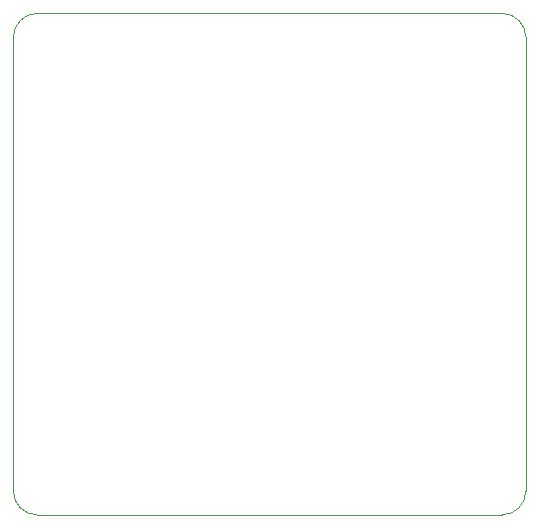
<source format=gbr>
G04 #@! TF.GenerationSoftware,KiCad,Pcbnew,(5.1.10-1-10_14)*
G04 #@! TF.CreationDate,2021-11-29T00:01:07-05:00*
G04 #@! TF.ProjectId,SNAC Sniffer SQUARE,534e4143-2053-46e6-9966-666572205351,1*
G04 #@! TF.SameCoordinates,Original*
G04 #@! TF.FileFunction,Profile,NP*
%FSLAX46Y46*%
G04 Gerber Fmt 4.6, Leading zero omitted, Abs format (unit mm)*
G04 Created by KiCad (PCBNEW (5.1.10-1-10_14)) date 2021-11-29 00:01:07*
%MOMM*%
%LPD*%
G01*
G04 APERTURE LIST*
G04 #@! TA.AperFunction,Profile*
%ADD10C,0.100000*%
G04 #@! TD*
G04 APERTURE END LIST*
D10*
X120940000Y-133030000D02*
G75*
G02*
X118940000Y-131030000I0J2000000D01*
G01*
X118940000Y-92580000D02*
G75*
G02*
X120940000Y-90580000I2000000J0D01*
G01*
X160320000Y-90580000D02*
G75*
G02*
X162320000Y-92580000I0J-2000000D01*
G01*
X162320000Y-131030000D02*
G75*
G02*
X160320000Y-133030000I-2000000J0D01*
G01*
X118940000Y-131030000D02*
X118940000Y-92580000D01*
X160320000Y-133030000D02*
X120940000Y-133030000D01*
X162320000Y-92580000D02*
X162320000Y-131030000D01*
X120940000Y-90580000D02*
X160320000Y-90580000D01*
M02*

</source>
